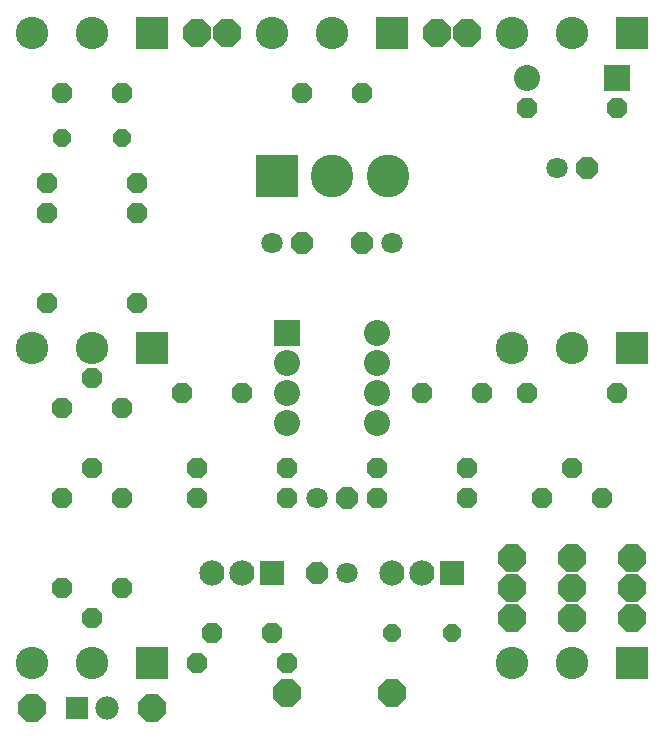
<source format=gbr>
G04 EAGLE Gerber RS-274X export*
G75*
%MOMM*%
%FSLAX34Y34*%
%LPD*%
%INSoldermask Bottom*%
%IPPOS*%
%AMOC8*
5,1,8,0,0,1.08239X$1,22.5*%
G01*
%ADD10P,2.556822X8X22.500000*%
%ADD11R,2.743200X2.743200*%
%ADD12C,2.743200*%
%ADD13P,1.869504X8X22.500000*%
%ADD14P,1.869504X8X202.500000*%
%ADD15P,1.951982X8X22.500000*%
%ADD16C,1.803400*%
%ADD17P,1.649562X8X202.500000*%
%ADD18P,1.951982X8X202.500000*%
%ADD19C,2.203200*%
%ADD20R,2.203200X2.203200*%
%ADD21C,1.981200*%
%ADD22R,1.981200X1.981200*%
%ADD23C,2.133600*%
%ADD24R,2.133600X2.133600*%
%ADD25R,3.619200X3.619200*%
%ADD26C,3.619200*%


D10*
X406400Y596900D03*
D11*
X546100Y596900D03*
D12*
X495300Y596900D03*
X444500Y596900D03*
D13*
X63500Y203200D03*
X114300Y203200D03*
X88900Y228600D03*
X469900Y203200D03*
X520700Y203200D03*
X495300Y228600D03*
D14*
X241300Y88900D03*
X190500Y88900D03*
D13*
X165100Y292100D03*
X215900Y292100D03*
D15*
X266700Y419100D03*
D16*
X241300Y419100D03*
D15*
X508000Y482600D03*
D16*
X482600Y482600D03*
D15*
X304800Y203200D03*
D16*
X279400Y203200D03*
D14*
X114300Y546100D03*
X63500Y546100D03*
D13*
X266700Y546100D03*
X317500Y546100D03*
D17*
X114300Y508000D03*
X63500Y508000D03*
D18*
X279400Y139700D03*
D16*
X304800Y139700D03*
D13*
X368300Y292100D03*
X419100Y292100D03*
D17*
X393700Y88900D03*
X342900Y88900D03*
D18*
X317500Y419100D03*
D16*
X342900Y419100D03*
D11*
X546100Y330200D03*
D12*
X495300Y330200D03*
X444500Y330200D03*
D11*
X546100Y63500D03*
D12*
X495300Y63500D03*
X444500Y63500D03*
D19*
X457200Y558800D03*
D20*
X533400Y558800D03*
D21*
X101600Y25400D03*
D22*
X76200Y25400D03*
D11*
X139700Y63500D03*
D12*
X88900Y63500D03*
X38100Y63500D03*
D11*
X139700Y330200D03*
D12*
X88900Y330200D03*
X38100Y330200D03*
D10*
X203200Y596900D03*
X177800Y596900D03*
X381000Y596900D03*
D20*
X254000Y342900D03*
D19*
X254000Y317500D03*
X254000Y292100D03*
X254000Y266700D03*
X330200Y266700D03*
X330200Y292100D03*
X330200Y317500D03*
X330200Y342900D03*
D10*
X254000Y38100D03*
X139700Y25400D03*
D11*
X342900Y596900D03*
D12*
X292100Y596900D03*
X241300Y596900D03*
D10*
X342900Y38100D03*
D23*
X190500Y139700D03*
X215900Y139700D03*
D24*
X241300Y139700D03*
D23*
X342900Y139700D03*
X368300Y139700D03*
D24*
X393700Y139700D03*
D13*
X177800Y63500D03*
X254000Y63500D03*
X50800Y368300D03*
X127000Y368300D03*
X457200Y292100D03*
X533400Y292100D03*
D14*
X406400Y228600D03*
X330200Y228600D03*
D13*
X457200Y533400D03*
X533400Y533400D03*
D14*
X254000Y203200D03*
X177800Y203200D03*
D13*
X177800Y228600D03*
X254000Y228600D03*
D14*
X127000Y469900D03*
X50800Y469900D03*
X127000Y444500D03*
X50800Y444500D03*
D13*
X330200Y203200D03*
X406400Y203200D03*
D14*
X114300Y127000D03*
X63500Y127000D03*
X88900Y101600D03*
D10*
X38100Y25400D03*
D11*
X139700Y596900D03*
D12*
X88900Y596900D03*
X38100Y596900D03*
D25*
X245110Y476250D03*
D26*
X292100Y476250D03*
X339090Y476250D03*
D10*
X495300Y101600D03*
X444500Y101600D03*
X546100Y101600D03*
X495300Y152400D03*
X546100Y152400D03*
X444500Y152400D03*
X495300Y127000D03*
X546100Y127000D03*
X444500Y127000D03*
D13*
X63500Y279400D03*
X114300Y279400D03*
X88900Y304800D03*
M02*

</source>
